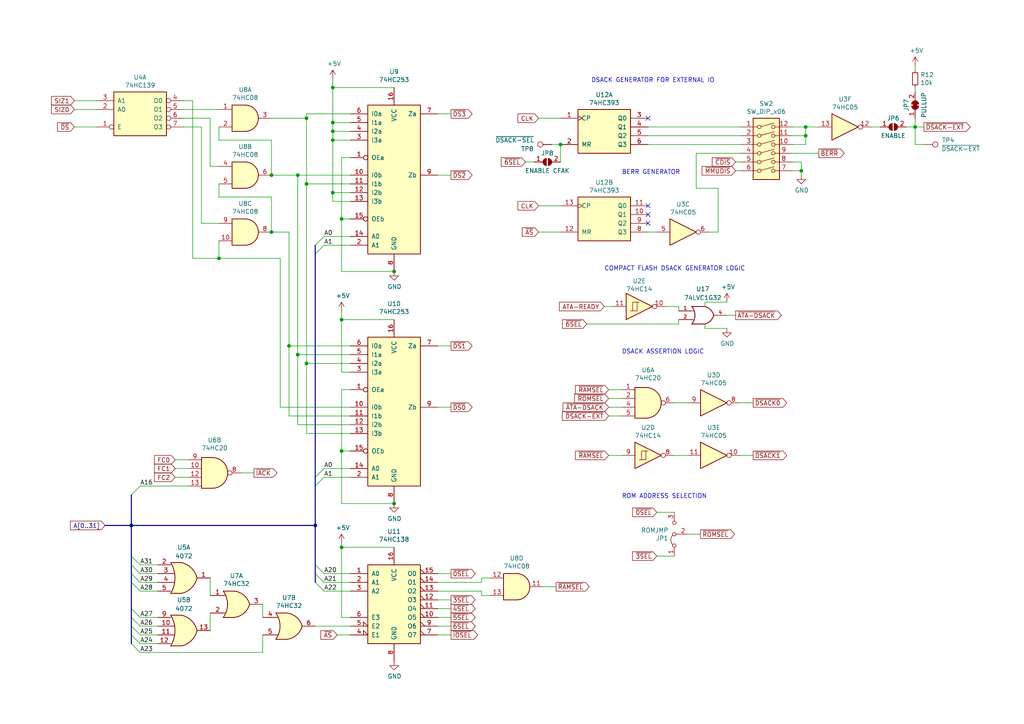
<source format=kicad_sch>
(kicad_sch (version 20211123) (generator eeschema)
  (paper "A4")
  (title_block (title "k30 SBC") (rev "2"))
  (lib_symbols
    (symbol "4xxx:4072" (pin_names (offset 1.016))
      (property "Reference" "U" (at 0 1.27 0))
      (property "Value" "4072" (at 0 -1.27 0))
      (symbol "4072_1_1"
        (pin output line (at 7.62 0 180) (length 3.81) (name "~") (number "1"))
        (pin input line (at -7.62 3.81 0) (length 3.81) (name "~") (number "2"))
        (pin input line (at -7.62 1.27 0) (length 4.826) (name "~") (number "3"))
        (pin input line (at -7.62 -1.27 0) (length 4.826) (name "~") (number "4"))
        (pin input line (at -7.62 -3.81 0) (length 3.81) (name "~") (number "5"))
      )
      (symbol "4072_1_2"
        (pin output inverted (at 7.62 0 180) (length 3.81) (name "~") (number "1"))
        (pin input inverted (at -7.62 3.81 0) (length 3.81) (name "~") (number "2"))
        (pin input inverted (at -7.62 1.27 0) (length 3.81) (name "~") (number "3"))
        (pin input inverted (at -7.62 -1.27 0) (length 3.81) (name "~") (number "4"))
        (pin input inverted (at -7.62 -3.81 0) (length 3.81) (name "~") (number "5"))
      )
      (symbol "4072_2_1"
        (pin input line (at -7.62 1.27 0) (length 4.826) (name "~") (number "10"))
        (pin input line (at -7.62 -1.27 0) (length 4.826) (name "~") (number "11"))
        (pin input line (at -7.62 -3.81 0) (length 3.81) (name "~") (number "12"))
        (pin output line (at 7.62 0 180) (length 3.81) (name "~") (number "13"))
        (pin input line (at -7.62 3.81 0) (length 3.81) (name "~") (number "9"))
      )
      (symbol "4072_2_2"
        (pin input inverted (at -7.62 1.27 0) (length 3.81) (name "~") (number "10"))
        (pin input inverted (at -7.62 -1.27 0) (length 3.81) (name "~") (number "11"))
        (pin input inverted (at -7.62 -3.81 0) (length 3.81) (name "~") (number "12"))
        (pin output inverted (at 7.62 0 180) (length 3.81) (name "~") (number "13"))
        (pin input inverted (at -7.62 3.81 0) (length 3.81) (name "~") (number "9"))
      )
      (symbol "4072_3_0"
        (pin power_in line (at 0 12.7 270) (length 5.08) (name "VDD") (number "14"))
        (pin power_in line (at 0 -12.7 90) (length 5.08) (name "VSS") (number "7"))
      )
    )
    (symbol "74xGxx:74LVC1G32" (pin_names (offset 1.016))
      (property "Reference" "U" (at -2.54 3.81 0))
      (property "Value" "74LVC1G32" (at 0 -3.81 0))
      (symbol "74LVC1G32_1_1"
        (pin input line (at -7.62 1.27 0) (length 3.81) (name "~") (number "1"))
        (pin input line (at -7.62 -1.27 0) (length 3.81) (name "~") (number "2"))
        (pin power_in line (at 0 -2.54 270) (length 0) hide (name "GND") (number "3"))
        (pin output line (at 6.35 0 180) (length 3.81) (name "~") (number "4"))
        (pin power_in line (at 0 2.54 90) (length 0) hide (name "VCC") (number "5"))
      )
    )
    (symbol "74xx:74HC14" (pin_names (offset 1.016))
      (property "Reference" "U" (at 0 1.27 0))
      (property "Value" "74HC14" (at 0 -1.27 0))
      (symbol "74HC14_1_0"
        (pin input line (at -7.62 0 0) (length 3.81) (name "~") (number "1"))
        (pin output inverted (at 7.62 0 180) (length 3.81) (name "~") (number "2"))
      )
      (symbol "74HC14_2_0"
        (pin input line (at -7.62 0 0) (length 3.81) (name "~") (number "3"))
        (pin output inverted (at 7.62 0 180) (length 3.81) (name "~") (number "4"))
      )
      (symbol "74HC14_3_0"
        (pin input line (at -7.62 0 0) (length 3.81) (name "~") (number "5"))
        (pin output inverted (at 7.62 0 180) (length 3.81) (name "~") (number "6"))
      )
      (symbol "74HC14_4_0"
        (pin output inverted (at 7.62 0 180) (length 3.81) (name "~") (number "8"))
        (pin input line (at -7.62 0 0) (length 3.81) (name "~") (number "9"))
      )
      (symbol "74HC14_5_0"
        (pin output inverted (at 7.62 0 180) (length 3.81) (name "~") (number "10"))
        (pin input line (at -7.62 0 0) (length 3.81) (name "~") (number "11"))
      )
      (symbol "74HC14_6_0"
        (pin output inverted (at 7.62 0 180) (length 3.81) (name "~") (number "12"))
        (pin input line (at -7.62 0 0) (length 3.81) (name "~") (number "13"))
      )
      (symbol "74HC14_7_0"
        (pin power_in line (at 0 12.7 270) (length 5.08) (name "VCC") (number "14"))
        (pin power_in line (at 0 -12.7 90) (length 5.08) (name "GND") (number "7"))
      )
    )
    (symbol "74xx:74LS05" (pin_names (offset 1.016))
      (property "Reference" "U" (at 0 1.27 0))
      (property "Value" "74LS05" (at 0 -1.27 0))
      (symbol "74LS05_1_0"
        (pin input line (at -7.62 0 0) (length 3.81) (name "~") (number "1"))
        (pin open_collector inverted (at 7.62 0 180) (length 3.81) (name "~") (number "2"))
      )
      (symbol "74LS05_2_0"
        (pin input line (at -7.62 0 0) (length 3.81) (name "~") (number "3"))
        (pin open_collector inverted (at 7.62 0 180) (length 3.81) (name "~") (number "4"))
      )
      (symbol "74LS05_3_0"
        (pin input line (at -7.62 0 0) (length 3.81) (name "~") (number "5"))
        (pin open_collector inverted (at 7.62 0 180) (length 3.81) (name "~") (number "6"))
      )
      (symbol "74LS05_4_0"
        (pin open_collector inverted (at 7.62 0 180) (length 3.81) (name "~") (number "8"))
        (pin input line (at -7.62 0 0) (length 3.81) (name "~") (number "9"))
      )
      (symbol "74LS05_5_0"
        (pin open_collector inverted (at 7.62 0 180) (length 3.81) (name "~") (number "10"))
        (pin input line (at -7.62 0 0) (length 3.81) (name "~") (number "11"))
      )
      (symbol "74LS05_6_0"
        (pin open_collector inverted (at 7.62 0 180) (length 3.81) (name "~") (number "12"))
        (pin input line (at -7.62 0 0) (length 3.81) (name "~") (number "13"))
      )
      (symbol "74LS05_7_0"
        (pin power_in line (at 0 12.7 270) (length 5.08) (name "VCC") (number "14"))
        (pin power_in line (at 0 -12.7 90) (length 5.08) (name "GND") (number "7"))
      )
    )
    (symbol "74xx:74LS08" (pin_names (offset 1.016))
      (property "Reference" "U" (at 0 1.27 0))
      (property "Value" "74LS08" (at 0 -1.27 0))
      (symbol "74LS08_1_1"
        (pin input line (at -7.62 2.54 0) (length 3.81) (name "~") (number "1"))
        (pin input line (at -7.62 -2.54 0) (length 3.81) (name "~") (number "2"))
        (pin output line (at 7.62 0 180) (length 3.81) (name "~") (number "3"))
      )
      (symbol "74LS08_1_2"
        (pin input inverted (at -7.62 2.54 0) (length 4.318) (name "~") (number "1"))
        (pin input inverted (at -7.62 -2.54 0) (length 4.318) (name "~") (number "2"))
        (pin output inverted (at 7.62 0 180) (length 3.81) (name "~") (number "3"))
      )
      (symbol "74LS08_2_1"
        (pin input line (at -7.62 2.54 0) (length 3.81) (name "~") (number "4"))
        (pin input line (at -7.62 -2.54 0) (length 3.81) (name "~") (number "5"))
        (pin output line (at 7.62 0 180) (length 3.81) (name "~") (number "6"))
      )
      (symbol "74LS08_2_2"
        (pin input inverted (at -7.62 2.54 0) (length 4.318) (name "~") (number "4"))
        (pin input inverted (at -7.62 -2.54 0) (length 4.318) (name "~") (number "5"))
        (pin output inverted (at 7.62 0 180) (length 3.81) (name "~") (number "6"))
      )
      (symbol "74LS08_3_1"
        (pin input line (at -7.62 -2.54 0) (length 3.81) (name "~") (number "10"))
        (pin output line (at 7.62 0 180) (length 3.81) (name "~") (number "8"))
        (pin input line (at -7.62 2.54 0) (length 3.81) (name "~") (number "9"))
      )
      (symbol "74LS08_3_2"
        (pin input inverted (at -7.62 -2.54 0) (length 4.318) (name "~") (number "10"))
        (pin output inverted (at 7.62 0 180) (length 3.81) (name "~") (number "8"))
        (pin input inverted (at -7.62 2.54 0) (length 4.318) (name "~") (number "9"))
      )
      (symbol "74LS08_4_1"
        (pin output line (at 7.62 0 180) (length 3.81) (name "~") (number "11"))
        (pin input line (at -7.62 2.54 0) (length 3.81) (name "~") (number "12"))
        (pin input line (at -7.62 -2.54 0) (length 3.81) (name "~") (number "13"))
      )
      (symbol "74LS08_4_2"
        (pin output inverted (at 7.62 0 180) (length 3.81) (name "~") (number "11"))
        (pin input inverted (at -7.62 2.54 0) (length 4.318) (name "~") (number "12"))
        (pin input inverted (at -7.62 -2.54 0) (length 4.318) (name "~") (number "13"))
      )
      (symbol "74LS08_5_0"
        (pin power_in line (at 0 12.7 270) (length 5.08) (name "VCC") (number "14"))
        (pin power_in line (at 0 -12.7 90) (length 5.08) (name "GND") (number "7"))
      )
    )
    (symbol "74xx:74LS138" (pin_names (offset 1.016))
      (property "Reference" "U" (at -7.62 11.43 0))
      (property "Value" "74LS138" (at -7.62 -13.97 0))
      (symbol "74LS138_1_0"
        (pin input line (at -12.7 7.62 0) (length 5.08) (name "A0") (number "1"))
        (pin output output_low (at 12.7 -5.08 180) (length 5.08) (name "O5") (number "10"))
        (pin output output_low (at 12.7 -2.54 180) (length 5.08) (name "O4") (number "11"))
        (pin output output_low (at 12.7 0 180) (length 5.08) (name "O3") (number "12"))
        (pin output output_low (at 12.7 2.54 180) (length 5.08) (name "O2") (number "13"))
        (pin output output_low (at 12.7 5.08 180) (length 5.08) (name "O1") (number "14"))
        (pin output output_low (at 12.7 7.62 180) (length 5.08) (name "O0") (number "15"))
        (pin power_in line (at 0 15.24 270) (length 5.08) (name "VCC") (number "16"))
        (pin input line (at -12.7 5.08 0) (length 5.08) (name "A1") (number "2"))
        (pin input line (at -12.7 2.54 0) (length 5.08) (name "A2") (number "3"))
        (pin input input_low (at -12.7 -10.16 0) (length 5.08) (name "E1") (number "4"))
        (pin input input_low (at -12.7 -7.62 0) (length 5.08) (name "E2") (number "5"))
        (pin input line (at -12.7 -5.08 0) (length 5.08) (name "E3") (number "6"))
        (pin output output_low (at 12.7 -10.16 180) (length 5.08) (name "O7") (number "7"))
        (pin power_in line (at 0 -17.78 90) (length 5.08) (name "GND") (number "8"))
        (pin output output_low (at 12.7 -7.62 180) (length 5.08) (name "O6") (number "9"))
      )
    )
    (symbol "74xx:74LS139" (pin_names (offset 1.016))
      (property "Reference" "U" (at -7.62 8.89 0))
      (property "Value" "74LS139" (at -7.62 -8.89 0))
      (symbol "74LS139_1_0"
        (pin input inverted (at -12.7 -5.08 0) (length 5.08) (name "E") (number "1"))
        (pin input line (at -12.7 0 0) (length 5.08) (name "A0") (number "2"))
        (pin input line (at -12.7 2.54 0) (length 5.08) (name "A1") (number "3"))
        (pin output inverted (at 12.7 2.54 180) (length 5.08) (name "O0") (number "4"))
        (pin output inverted (at 12.7 0 180) (length 5.08) (name "O1") (number "5"))
        (pin output inverted (at 12.7 -2.54 180) (length 5.08) (name "O2") (number "6"))
        (pin output inverted (at 12.7 -5.08 180) (length 5.08) (name "O3") (number "7"))
      )
      (symbol "74LS139_2_0"
        (pin output inverted (at 12.7 -2.54 180) (length 5.08) (name "O2") (number "10"))
        (pin output inverted (at 12.7 0 180) (length 5.08) (name "O1") (number "11"))
        (pin output inverted (at 12.7 2.54 180) (length 5.08) (name "O0") (number "12"))
        (pin input line (at -12.7 2.54 0) (length 5.08) (name "A1") (number "13"))
        (pin input line (at -12.7 0 0) (length 5.08) (name "A0") (number "14"))
        (pin input inverted (at -12.7 -5.08 0) (length 5.08) (name "E") (number "15"))
        (pin output inverted (at 12.7 -5.08 180) (length 5.08) (name "O3") (number "9"))
      )
      (symbol "74LS139_3_0"
        (pin power_in line (at 0 12.7 270) (length 5.08) (name "VCC") (number "16"))
        (pin power_in line (at 0 -12.7 90) (length 5.08) (name "GND") (number "8"))
      )
    )
    (symbol "74xx:74LS20" (pin_names (offset 1.016))
      (property "Reference" "U" (at 0 1.27 0))
      (property "Value" "74LS20" (at 0 -1.27 0))
      (symbol "74LS20_1_1"
        (pin input line (at -7.62 3.81 0) (length 3.81) (name "~") (number "1"))
        (pin input line (at -7.62 1.27 0) (length 3.81) (name "~") (number "2"))
        (pin input line (at -7.62 -1.27 0) (length 3.81) (name "~") (number "4"))
        (pin input line (at -7.62 -3.81 0) (length 3.81) (name "~") (number "5"))
        (pin output inverted (at 7.62 0 180) (length 3.81) (name "~") (number "6"))
      )
      (symbol "74LS20_1_2"
        (pin input inverted (at -7.62 3.81 0) (length 3.81) (name "~") (number "1"))
        (pin input inverted (at -7.62 1.27 0) (length 4.826) (name "~") (number "2"))
        (pin input inverted (at -7.62 -1.27 0) (length 4.826) (name "~") (number "4"))
        (pin input inverted (at -7.62 -3.81 0) (length 3.81) (name "~") (number "5"))
        (pin output line (at 7.62 0 180) (length 3.81) (name "~") (number "6"))
      )
      (symbol "74LS20_2_1"
        (pin input line (at -7.62 1.27 0) (length 3.81) (name "~") (number "10"))
        (pin input line (at -7.62 -1.27 0) (length 3.81) (name "~") (number "12"))
        (pin input line (at -7.62 -3.81 0) (length 3.81) (name "~") (number "13"))
        (pin output inverted (at 7.62 0 180) (length 3.81) (name "~") (number "8"))
        (pin input line (at -7.62 3.81 0) (length 3.81) (name "~") (number "9"))
      )
      (symbol "74LS20_2_2"
        (pin input inverted (at -7.62 1.27 0) (length 4.826) (name "~") (number "10"))
        (pin input inverted (at -7.62 -1.27 0) (length 4.826) (name "~") (number "12"))
        (pin input inverted (at -7.62 -3.81 0) (length 3.81) (name "~") (number "13"))
        (pin output line (at 7.62 0 180) (length 3.81) (name "~") (number "8"))
        (pin input inverted (at -7.62 3.81 0) (length 3.81) (name "~") (number "9"))
      )
      (symbol "74LS20_3_0"
        (pin power_in line (at 0 12.7 270) (length 5.08) (name "VCC") (number "14"))
        (pin power_in line (at 0 -12.7 90) (length 5.08) (name "GND") (number "7"))
      )
    )
    (symbol "74xx:74LS253" (pin_names (offset 1.016))
      (property "Reference" "U" (at -7.62 21.59 0))
      (property "Value" "74LS253" (at -7.62 -24.13 0))
      (symbol "74LS253_1_0"
        (pin input inverted (at -12.7 5.08 0) (length 5.08) (name "OEa") (number "1"))
        (pin input line (at -12.7 0 0) (length 5.08) (name "I0b") (number "10"))
        (pin input line (at -12.7 -2.54 0) (length 5.08) (name "I1b") (number "11"))
        (pin input line (at -12.7 -5.08 0) (length 5.08) (name "I2b") (number "12"))
        (pin input line (at -12.7 -7.62 0) (length 5.08) (name "I3b") (number "13"))
        (pin input line (at -12.7 -17.78 0) (length 5.08) (name "A0") (number "14"))
        (pin input inverted (at -12.7 -12.7 0) (length 5.08) (name "OEb") (number "15"))
        (pin power_in line (at 0 25.4 270) (length 5.08) (name "VCC") (number "16"))
        (pin input line (at -12.7 -20.32 0) (length 5.08) (name "A1") (number "2"))
        (pin input line (at -12.7 10.16 0) (length 5.08) (name "I3a") (number "3"))
        (pin input line (at -12.7 12.7 0) (length 5.08) (name "I2a") (number "4"))
        (pin input line (at -12.7 15.24 0) (length 5.08) (name "I1a") (number "5"))
        (pin input line (at -12.7 17.78 0) (length 5.08) (name "I0a") (number "6"))
        (pin tri_state line (at 12.7 17.78 180) (length 5.08) (name "Za") (number "7"))
        (pin power_in line (at 0 -27.94 90) (length 5.08) (name "GND") (number "8"))
        (pin tri_state line (at 12.7 0 180) (length 5.08) (name "Zb") (number "9"))
      )
    )
    (symbol "74xx:74LS32" (pin_names (offset 1.016))
      (property "Reference" "U" (at 0 1.27 0))
      (property "Value" "74LS32" (at 0 -1.27 0))
      (symbol "74LS32_1_1"
        (pin input line (at -7.62 2.54 0) (length 4.318) (name "~") (number "1"))
        (pin input line (at -7.62 -2.54 0) (length 4.318) (name "~") (number "2"))
        (pin output line (at 7.62 0 180) (length 3.81) (name "~") (number "3"))
      )
      (symbol "74LS32_1_2"
        (pin input inverted (at -7.62 2.54 0) (length 3.81) (name "~") (number "1"))
        (pin input inverted (at -7.62 -2.54 0) (length 3.81) (name "~") (number "2"))
        (pin output inverted (at 7.62 0 180) (length 3.81) (name "~") (number "3"))
      )
      (symbol "74LS32_2_1"
        (pin input line (at -7.62 2.54 0) (length 4.318) (name "~") (number "4"))
        (pin input line (at -7.62 -2.54 0) (length 4.318) (name "~") (number "5"))
        (pin output line (at 7.62 0 180) (length 3.81) (name "~") (number "6"))
      )
      (symbol "74LS32_2_2"
        (pin input inverted (at -7.62 2.54 0) (length 3.81) (name "~") (number "4"))
        (pin input inverted (at -7.62 -2.54 0) (length 3.81) (name "~") (number "5"))
        (pin output inverted (at 7.62 0 180) (length 3.81) (name "~") (number "6"))
      )
      (symbol "74LS32_3_1"
        (pin input line (at -7.62 -2.54 0) (length 4.318) (name "~") (number "10"))
        (pin output line (at 7.62 0 180) (length 3.81) (name "~") (number "8"))
        (pin input line (at -7.62 2.54 0) (length 4.318) (name "~") (number "9"))
      )
      (symbol "74LS32_3_2"
        (pin input inverted (at -7.62 -2.54 0) (length 3.81) (name "~") (number "10"))
        (pin output inverted (at 7.62 0 180) (length 3.81) (name "~") (number "8"))
        (pin input inverted (at -7.62 2.54 0) (length 3.81) (name "~") (number "9"))
      )
      (symbol "74LS32_4_1"
        (pin output line (at 7.62 0 180) (length 3.81) (name "~") (number "11"))
        (pin input line (at -7.62 2.54 0) (length 4.318) (name "~") (number "12"))
        (pin input line (at -7.62 -2.54 0) (length 4.318) (name "~") (number "13"))
      )
      (symbol "74LS32_4_2"
        (pin output inverted (at 7.62 0 180) (length 3.81) (name "~") (number "11"))
        (pin input inverted (at -7.62 2.54 0) (length 3.81) (name "~") (number "12"))
        (pin input inverted (at -7.62 -2.54 0) (length 3.81) (name "~") (number "13"))
      )
      (symbol "74LS32_5_0"
        (pin power_in line (at 0 12.7 270) (length 5.08) (name "VCC") (number "14"))
        (pin power_in line (at 0 -12.7 90) (length 5.08) (name "GND") (number "7"))
      )
    )
    (symbol "74xx:74LS393" (pin_names (offset 1.016))
      (property "Reference" "U" (at -7.62 8.89 0))
      (property "Value" "74LS393" (at -7.62 -8.89 0))
      (symbol "74LS393_1_0"
        (pin input clock (at -12.7 2.54 0) (length 5.08) (name "CP") (number "1"))
        (pin input line (at -12.7 -5.08 0) (length 5.08) (name "MR") (number "2"))
        (pin output line (at 12.7 2.54 180) (length 5.08) (name "Q0") (number "3"))
        (pin output line (at 12.7 0 180) (length 5.08) (name "Q1") (number "4"))
        (pin output line (at 12.7 -2.54 180) (length 5.08) (name "Q2") (number "5"))
        (pin output line (at 12.7 -5.08 180) (length 5.08) (name "Q3") (number "6"))
      )
      (symbol "74LS393_2_0"
        (pin output line (at 12.7 0 180) (length 5.08) (name "Q1") (number "10"))
        (pin output line (at 12.7 2.54 180) (length 5.08) (name "Q0") (number "11"))
        (pin input line (at -12.7 -5.08 0) (length 5.08) (name "MR") (number "12"))
        (pin input clock (at -12.7 2.54 0) (length 5.08) (name "CP") (number "13"))
        (pin output line (at 12.7 -5.08 180) (length 5.08) (name "Q3") (number "8"))
        (pin output line (at 12.7 -2.54 180) (length 5.08) (name "Q2") (number "9"))
      )
      (symbol "74LS393_3_0"
        (pin power_in line (at 0 12.7 270) (length 5.08) (name "VCC") (number "14"))
        (pin power_in line (at 0 -12.7 90) (length 5.08) (name "GND") (number "7"))
      )
    )
    (symbol "Connector:TestPoint" (pin_numbers hide) (pin_names (offset 0.762) hide)
      (property "Reference" "TP" (at 0 6.858 0))
      (property "Value" "TestPoint" (at 0 5.08 0))
      (symbol "TestPoint_1_1"
        (pin passive line (at 0 0 90) (length 2.54) (name "1") (number "1"))
      )
    )
    (symbol "Device:R_Small" (pin_numbers hide) (pin_names (offset 0.254) hide)
      (property "Reference" "R" (at 0.762 0.508 0))
      (property "Value" "R_Small" (at 0.762 -1.016 0))
      (symbol "R_Small_1_1"
        (pin passive line (at 0 2.54 270) (length 0.762) (name "~") (number "1"))
        (pin passive line (at 0 -2.54 90) (length 0.762) (name "~") (number "2"))
      )
    )
    (symbol "Jumper:Jumper_3_Bridged12" (pin_names (offset 0) hide)
      (property "Reference" "JP" (at -2.54 -2.54 0))
      (property "Value" "Jumper_3_Bridged12" (at 0 2.794 0))
      (symbol "Jumper_3_Bridged12_1_1"
        (pin passive line (at -6.35 0 0) (length 2.54) (name "A") (number "1"))
        (pin passive line (at 0 -3.81 90) (length 2.54) (name "C") (number "2"))
        (pin passive line (at 6.35 0 180) (length 2.54) (name "B") (number "3"))
      )
    )
    (symbol "Jumper:SolderJumper_2_Bridged" (pin_names (offset 0) hide)
      (property "Reference" "JP" (at 0 2.032 0))
      (property "Value" "SolderJumper_2_Bridged" (at 0 -2.54 0))
      (symbol "SolderJumper_2_Bridged_1_1"
        (pin passive line (at -3.81 0 0) (length 2.54) (name "A") (number "1"))
        (pin passive line (at 3.81 0 180) (length 2.54) (name "B") (number "2"))
      )
    )
    (symbol "Jumper:SolderJumper_2_Open" (pin_names (offset 0) hide)
      (property "Reference" "JP" (at 0 2.032 0))
      (property "Value" "SolderJumper_2_Open" (at 0 -2.54 0))
      (symbol "SolderJumper_2_Open_1_1"
        (pin passive line (at -3.81 0 0) (length 2.54) (name "A") (number "1"))
        (pin passive line (at 3.81 0 180) (length 2.54) (name "B") (number "2"))
      )
    )
    (symbol "Switch:SW_DIP_x06" (pin_names (offset 0) hide)
      (property "Reference" "SW" (at 0 11.43 0))
      (property "Value" "SW_DIP_x06" (at 0 -8.89 0))
      (symbol "SW_DIP_x06_1_1"
        (pin passive line (at -7.62 7.62 0) (length 5.08) (name "~") (number "1"))
        (pin passive line (at 7.62 2.54 180) (length 5.08) (name "~") (number "10"))
        (pin passive line (at 7.62 5.08 180) (length 5.08) (name "~") (number "11"))
        (pin passive line (at 7.62 7.62 180) (length 5.08) (name "~") (number "12"))
        (pin passive line (at -7.62 5.08 0) (length 5.08) (name "~") (number "2"))
        (pin passive line (at -7.62 2.54 0) (length 5.08) (name "~") (number "3"))
        (pin passive line (at -7.62 0 0) (length 5.08) (name "~") (number "4"))
        (pin passive line (at -7.62 -2.54 0) (length 5.08) (name "~") (number "5"))
        (pin passive line (at -7.62 -5.08 0) (length 5.08) (name "~") (number "6"))
        (pin passive line (at 7.62 -5.08 180) (length 5.08) (name "~") (number "7"))
        (pin passive line (at 7.62 -2.54 180) (length 5.08) (name "~") (number "8"))
        (pin passive line (at 7.62 0 180) (length 5.08) (name "~") (number "9"))
      )
    )
    (symbol "power:+5V" (power) (pin_names (offset 0))
      (property "Value" "+5V" (at 0 3.556 0))
      (symbol "+5V_1_1"
        (pin power_in line (at 0 0 90) (length 0) hide (name "+5V") (number "1"))
      )
    )
    (symbol "power:GND" (power) (pin_names (offset 0))
      (property "Value" "GND" (at 0 -3.81 0))
      (symbol "GND_1_1"
        (pin power_in line (at 0 0 270) (length 0) hide (name "GND") (number "1"))
      )
    )
  )
  (junction (at 162.56 41.91))
  (junction (at 78.74 50.8))
  (junction (at 78.74 67.31))
  (junction (at 91.44 152.4))
  (junction (at 233.68 39.37))
  (junction (at 96.52 38.1))
  (junction (at 88.9 34.29))
  (junction (at 99.06 158.75))
  (junction (at 233.68 36.83))
  (junction (at 114.3 146.05))
  (junction (at 83.82 100.33))
  (junction (at 86.36 50.8))
  (junction (at 114.3 78.74))
  (junction (at 96.52 35.56))
  (junction (at 96.52 25.4))
  (junction (at 232.41 49.53))
  (junction (at 88.9 105.41))
  (junction (at 88.9 53.34))
  (junction (at 38.1 152.4))
  (junction (at 99.06 92.71))
  (junction (at 265.43 36.83))
  (junction (at 86.36 102.87))
  (junction (at 63.5 74.93))
  (junction (at 99.06 63.5))
  (junction (at 99.06 130.81))
  (junction (at 96.52 55.88))
  (junction (at 96.52 40.64))
  (no_connect (at 187.96 59.69))
  (no_connect (at 187.96 64.77))
  (no_connect (at 187.96 34.29))
  (no_connect (at 187.96 62.23))
  (bus_entry (at 93.98 135.89) (size -2.54 2.54))
  (bus_entry (at 38.1 176.53) (size 2.54 2.54))
  (bus_entry (at 93.98 138.43) (size -2.54 2.54))
  (bus_entry (at 38.1 184.15) (size 2.54 2.54))
  (bus_entry (at 91.44 163.83) (size 2.54 2.54))
  (bus_entry (at 40.64 140.97) (size -2.54 2.54))
  (bus_entry (at 38.1 161.29) (size 2.54 2.54))
  (bus_entry (at 93.98 68.58) (size -2.54 2.54))
  (bus_entry (at 38.1 179.07) (size 2.54 2.54))
  (bus_entry (at 38.1 168.91) (size 2.54 2.54))
  (bus_entry (at 91.44 166.37) (size 2.54 2.54))
  (bus_entry (at 38.1 186.69) (size 2.54 2.54))
  (bus_entry (at 38.1 166.37) (size 2.54 2.54))
  (bus_entry (at 38.1 181.61) (size 2.54 2.54))
  (bus_entry (at 93.98 71.12) (size -2.54 2.54))
  (bus_entry (at 91.44 168.91) (size 2.54 2.54))
  (bus_entry (at 38.1 163.83) (size 2.54 2.54))
  (wire (pts (xy 176.53 120.65) (xy 180.34 120.65)))
  (wire (pts (xy 99.06 45.72) (xy 99.06 63.5)))
  (wire (pts (xy 139.7 172.72) (xy 142.24 172.72)))
  (wire (pts (xy 187.96 39.37) (xy 214.63 39.37)))
  (wire (pts (xy 130.81 173.99) (xy 127 173.99)))
  (wire (pts (xy 229.87 39.37) (xy 233.68 39.37)))
  (wire (pts (xy 127 100.33) (xy 130.81 100.33)))
  (bus (pts (xy 91.44 140.97) (xy 91.44 152.4)))
  (wire (pts (xy 127 118.11) (xy 130.81 118.11)))
  (wire (pts (xy 40.64 171.45) (xy 45.72 171.45)))
  (wire (pts (xy 81.28 118.11) (xy 101.6 118.11)))
  (wire (pts (xy 96.52 58.42) (xy 96.52 55.88)))
  (wire (pts (xy 21.59 29.21) (xy 27.94 29.21)))
  (wire (pts (xy 232.41 50.8) (xy 232.41 49.53)))
  (wire (pts (xy 63.5 40.64) (xy 78.74 40.64)))
  (wire (pts (xy 101.6 45.72) (xy 99.06 45.72)))
  (wire (pts (xy 162.56 41.91) (xy 162.56 46.99)))
  (wire (pts (xy 40.64 181.61) (xy 45.72 181.61)))
  (wire (pts (xy 99.06 130.81) (xy 99.06 146.05)))
  (wire (pts (xy 213.36 46.99) (xy 214.63 46.99)))
  (bus (pts (xy 38.1 152.4) (xy 30.48 152.4)))
  (wire (pts (xy 53.34 36.83) (xy 58.42 36.83)))
  (wire (pts (xy 96.52 25.4) (xy 96.52 22.86)))
  (wire (pts (xy 101.6 38.1) (xy 96.52 38.1)))
  (wire (pts (xy 60.96 172.72) (xy 60.96 167.64)))
  (wire (pts (xy 130.81 184.15) (xy 127 184.15)))
  (bus (pts (xy 38.1 179.07) (xy 38.1 181.61)))
  (wire (pts (xy 96.52 35.56) (xy 96.52 25.4)))
  (wire (pts (xy 58.42 36.83) (xy 58.42 64.77)))
  (wire (pts (xy 229.87 36.83) (xy 233.68 36.83)))
  (wire (pts (xy 170.18 93.98) (xy 196.85 93.98)))
  (wire (pts (xy 127 176.53) (xy 130.81 176.53)))
  (wire (pts (xy 213.36 49.53) (xy 214.63 49.53)))
  (wire (pts (xy 60.96 34.29) (xy 60.96 48.26)))
  (bus (pts (xy 38.1 168.91) (xy 38.1 176.53)))
  (wire (pts (xy 93.98 135.89) (xy 101.6 135.89)))
  (wire (pts (xy 195.58 132.08) (xy 199.39 132.08)))
  (wire (pts (xy 53.34 29.21) (xy 55.88 29.21)))
  (wire (pts (xy 63.5 53.34) (xy 63.5 57.15)))
  (wire (pts (xy 201.93 54.61) (xy 201.93 44.45)))
  (wire (pts (xy 139.7 167.64) (xy 142.24 167.64)))
  (wire (pts (xy 99.06 92.71) (xy 99.06 90.17)))
  (wire (pts (xy 203.2 154.94) (xy 199.39 154.94)))
  (wire (pts (xy 101.6 113.03) (xy 99.06 113.03)))
  (wire (pts (xy 205.74 67.31) (xy 208.28 67.31)))
  (bus (pts (xy 38.1 166.37) (xy 38.1 168.91)))
  (wire (pts (xy 127 171.45) (xy 139.7 171.45)))
  (wire (pts (xy 86.36 102.87) (xy 101.6 102.87)))
  (wire (pts (xy 93.98 171.45) (xy 101.6 171.45)))
  (wire (pts (xy 86.36 123.19) (xy 101.6 123.19)))
  (wire (pts (xy 86.36 102.87) (xy 86.36 123.19)))
  (wire (pts (xy 101.6 55.88) (xy 96.52 55.88)))
  (wire (pts (xy 81.28 74.93) (xy 81.28 118.11)))
  (wire (pts (xy 204.47 95.25) (xy 204.47 93.98)))
  (wire (pts (xy 55.88 74.93) (xy 63.5 74.93)))
  (wire (pts (xy 152.4 46.99) (xy 154.94 46.99)))
  (wire (pts (xy 99.06 146.05) (xy 114.3 146.05)))
  (wire (pts (xy 99.06 179.07) (xy 101.6 179.07)))
  (wire (pts (xy 156.21 67.31) (xy 162.56 67.31)))
  (wire (pts (xy 265.43 36.83) (xy 265.43 41.91)))
  (wire (pts (xy 265.43 25.4) (xy 265.43 26.67)))
  (wire (pts (xy 99.06 130.81) (xy 101.6 130.81)))
  (wire (pts (xy 88.9 105.41) (xy 88.9 125.73)))
  (wire (pts (xy 40.64 166.37) (xy 45.72 166.37)))
  (wire (pts (xy 262.89 36.83) (xy 265.43 36.83)))
  (wire (pts (xy 53.34 31.75) (xy 63.5 31.75)))
  (wire (pts (xy 214.63 132.08) (xy 218.44 132.08)))
  (wire (pts (xy 139.7 168.91) (xy 139.7 167.64)))
  (wire (pts (xy 40.64 179.07) (xy 45.72 179.07)))
  (wire (pts (xy 190.5 148.59) (xy 195.58 148.59)))
  (wire (pts (xy 99.06 113.03) (xy 99.06 130.81)))
  (wire (pts (xy 201.93 44.45) (xy 214.63 44.45)))
  (wire (pts (xy 40.64 189.23) (xy 76.2 189.23)))
  (wire (pts (xy 40.64 163.83) (xy 45.72 163.83)))
  (wire (pts (xy 232.41 46.99) (xy 229.87 46.99)))
  (wire (pts (xy 156.21 34.29) (xy 162.56 34.29)))
  (wire (pts (xy 101.6 53.34) (xy 88.9 53.34)))
  (wire (pts (xy 78.74 34.29) (xy 88.9 34.29)))
  (wire (pts (xy 214.63 116.84) (xy 218.44 116.84)))
  (wire (pts (xy 83.82 100.33) (xy 83.82 120.65)))
  (wire (pts (xy 88.9 53.34) (xy 88.9 34.29)))
  (wire (pts (xy 176.53 132.08) (xy 180.34 132.08)))
  (wire (pts (xy 114.3 158.75) (xy 99.06 158.75)))
  (wire (pts (xy 265.43 41.91) (xy 267.97 41.91)))
  (wire (pts (xy 265.43 19.05) (xy 265.43 20.32)))
  (wire (pts (xy 63.5 69.85) (xy 63.5 74.93)))
  (wire (pts (xy 88.9 125.73) (xy 101.6 125.73)))
  (wire (pts (xy 99.06 63.5) (xy 99.06 78.74)))
  (wire (pts (xy 176.53 115.57) (xy 180.34 115.57)))
  (bus (pts (xy 38.1 161.29) (xy 38.1 163.83)))
  (bus (pts (xy 91.44 71.12) (xy 91.44 73.66)))
  (wire (pts (xy 130.81 179.07) (xy 127 179.07)))
  (wire (pts (xy 190.5 161.29) (xy 195.58 161.29)))
  (wire (pts (xy 99.06 63.5) (xy 101.6 63.5)))
  (wire (pts (xy 101.6 35.56) (xy 96.52 35.56)))
  (wire (pts (xy 93.98 71.12) (xy 101.6 71.12)))
  (wire (pts (xy 195.58 116.84) (xy 199.39 116.84)))
  (bus (pts (xy 91.44 152.4) (xy 38.1 152.4)))
  (wire (pts (xy 93.98 138.43) (xy 101.6 138.43)))
  (wire (pts (xy 50.8 138.43) (xy 54.61 138.43)))
  (wire (pts (xy 76.2 189.23) (xy 76.2 184.15)))
  (wire (pts (xy 54.61 135.89) (xy 50.8 135.89)))
  (wire (pts (xy 21.59 31.75) (xy 27.94 31.75)))
  (wire (pts (xy 99.06 107.95) (xy 99.06 92.71)))
  (wire (pts (xy 190.5 67.31) (xy 187.96 67.31)))
  (wire (pts (xy 83.82 120.65) (xy 101.6 120.65)))
  (wire (pts (xy 78.74 57.15) (xy 78.74 67.31)))
  (wire (pts (xy 83.82 67.31) (xy 83.82 100.33)))
  (wire (pts (xy 63.5 74.93) (xy 81.28 74.93)))
  (wire (pts (xy 127 33.02) (xy 130.81 33.02)))
  (wire (pts (xy 97.79 184.15) (xy 101.6 184.15)))
  (wire (pts (xy 139.7 171.45) (xy 139.7 172.72)))
  (wire (pts (xy 229.87 44.45) (xy 237.49 44.45)))
  (wire (pts (xy 265.43 36.83) (xy 267.97 36.83)))
  (wire (pts (xy 208.28 67.31) (xy 208.28 54.61)))
  (wire (pts (xy 53.34 34.29) (xy 60.96 34.29)))
  (wire (pts (xy 96.52 38.1) (xy 96.52 35.56)))
  (bus (pts (xy 91.44 163.83) (xy 91.44 166.37)))
  (wire (pts (xy 187.96 36.83) (xy 214.63 36.83)))
  (wire (pts (xy 176.53 113.03) (xy 180.34 113.03)))
  (wire (pts (xy 55.88 29.21) (xy 55.88 74.93)))
  (bus (pts (xy 38.1 184.15) (xy 38.1 186.69)))
  (wire (pts (xy 88.9 34.29) (xy 88.9 33.02)))
  (bus (pts (xy 91.44 166.37) (xy 91.44 168.91)))
  (wire (pts (xy 127 50.8) (xy 130.81 50.8)))
  (wire (pts (xy 210.82 87.63) (xy 204.47 87.63)))
  (wire (pts (xy 88.9 33.02) (xy 101.6 33.02)))
  (wire (pts (xy 252.73 36.83) (xy 255.27 36.83)))
  (wire (pts (xy 88.9 53.34) (xy 88.9 105.41)))
  (wire (pts (xy 229.87 49.53) (xy 232.41 49.53)))
  (wire (pts (xy 96.52 40.64) (xy 96.52 38.1)))
  (wire (pts (xy 127 181.61) (xy 130.81 181.61)))
  (bus (pts (xy 38.1 163.83) (xy 38.1 166.37)))
  (wire (pts (xy 63.5 36.83) (xy 63.5 40.64)))
  (wire (pts (xy 99.06 92.71) (xy 114.3 92.71)))
  (wire (pts (xy 101.6 107.95) (xy 99.06 107.95)))
  (wire (pts (xy 161.29 170.18) (xy 157.48 170.18)))
  (wire (pts (xy 88.9 105.41) (xy 101.6 105.41)))
  (wire (pts (xy 160.02 41.91) (xy 162.56 41.91)))
  (bus (pts (xy 38.1 181.61) (xy 38.1 184.15)))
  (wire (pts (xy 229.87 41.91) (xy 233.68 41.91)))
  (wire (pts (xy 210.82 91.44) (xy 213.36 91.44)))
  (wire (pts (xy 93.98 166.37) (xy 101.6 166.37)))
  (wire (pts (xy 96.52 25.4) (xy 114.3 25.4)))
  (wire (pts (xy 233.68 41.91) (xy 233.68 39.37)))
  (bus (pts (xy 91.44 152.4) (xy 91.44 163.83)))
  (wire (pts (xy 50.8 133.35) (xy 54.61 133.35)))
  (bus (pts (xy 38.1 152.4) (xy 38.1 161.29)))
  (wire (pts (xy 76.2 175.26) (xy 76.2 179.07)))
  (wire (pts (xy 193.04 88.9) (xy 196.85 88.9)))
  (wire (pts (xy 101.6 58.42) (xy 96.52 58.42)))
  (wire (pts (xy 54.61 140.97) (xy 40.64 140.97)))
  (wire (pts (xy 40.64 186.69) (xy 45.72 186.69)))
  (bus (pts (xy 38.1 143.51) (xy 38.1 152.4)))
  (wire (pts (xy 233.68 39.37) (xy 233.68 36.83)))
  (wire (pts (xy 99.06 78.74) (xy 114.3 78.74)))
  (wire (pts (xy 187.96 41.91) (xy 214.63 41.91)))
  (wire (pts (xy 196.85 88.9) (xy 196.85 90.17)))
  (wire (pts (xy 21.59 36.83) (xy 27.94 36.83)))
  (wire (pts (xy 83.82 100.33) (xy 101.6 100.33)))
  (wire (pts (xy 60.96 182.88) (xy 60.96 177.8)))
  (wire (pts (xy 86.36 50.8) (xy 101.6 50.8)))
  (wire (pts (xy 69.85 137.16) (xy 73.66 137.16)))
  (wire (pts (xy 40.64 168.91) (xy 45.72 168.91)))
  (wire (pts (xy 91.44 181.61) (xy 101.6 181.61)))
  (wire (pts (xy 196.85 93.98) (xy 196.85 92.71)))
  (wire (pts (xy 58.42 64.77) (xy 63.5 64.77)))
  (wire (pts (xy 99.06 157.48) (xy 99.06 158.75)))
  (wire (pts (xy 63.5 57.15) (xy 78.74 57.15)))
  (wire (pts (xy 176.53 118.11) (xy 180.34 118.11)))
  (wire (pts (xy 60.96 48.26) (xy 63.5 48.26)))
  (bus (pts (xy 38.1 176.53) (xy 38.1 179.07)))
  (wire (pts (xy 127 168.91) (xy 139.7 168.91)))
  (wire (pts (xy 204.47 95.25) (xy 210.82 95.25)))
  (wire (pts (xy 93.98 68.58) (xy 101.6 68.58)))
  (bus (pts (xy 91.44 138.43) (xy 91.44 140.97)))
  (wire (pts (xy 40.64 184.15) (xy 45.72 184.15)))
  (wire (pts (xy 78.74 50.8) (xy 86.36 50.8)))
  (wire (pts (xy 96.52 55.88) (xy 96.52 40.64)))
  (wire (pts (xy 204.47 88.9) (xy 204.47 87.63)))
  (wire (pts (xy 99.06 179.07) (xy 99.06 158.75)))
  (bus (pts (xy 91.44 73.66) (xy 91.44 138.43)))
  (wire (pts (xy 232.41 49.53) (xy 232.41 46.99)))
  (wire (pts (xy 101.6 40.64) (xy 96.52 40.64)))
  (wire (pts (xy 78.74 40.64) (xy 78.74 50.8)))
  (wire (pts (xy 175.26 88.9) (xy 177.8 88.9)))
  (wire (pts (xy 93.98 168.91) (xy 101.6 168.91)))
  (wire (pts (xy 233.68 36.83) (xy 237.49 36.83)))
  (wire (pts (xy 208.28 54.61) (xy 201.93 54.61)))
  (wire (pts (xy 156.21 59.69) (xy 162.56 59.69)))
  (wire (pts (xy 265.43 34.29) (xy 265.43 36.83)))
  (wire (pts (xy 78.74 67.31) (xy 83.82 67.31)))
  (wire (pts (xy 127 166.37) (xy 130.81 166.37)))
  (wire (pts (xy 86.36 50.8) (xy 86.36 102.87)))
  (text "DSACK ASSERTION LOGIC" (at 180.34 102.87 0) (effects (font (size 1.27 1.27)) (justify left bottom)))
  (text "DSACK GENERATOR FOR EXTERNAL IO" (at 171.45 24.13 0) (effects (font (size 1.27 1.27)) (justify left bottom)))
  (text "BERR GENERATOR" (at 180.34 50.8 0) (effects (font (size 1.27 1.27)) (justify left bottom)))
  (text "COMPACT FLASH DSACK GENERATOR LOGIC" (at 175.26 78.74 0) (effects (font (size 1.27 1.27)) (justify left bottom)))
  (text "ROM ADDRESS SELECTION" (at 180.34 144.78 0) (effects (font (size 1.27 1.27)) (justify left bottom)))
  (label "A0" (at 93.98 68.58 0))
  (label "A28" (at 40.64 171.45 0))
  (label "A24" (at 40.64 186.69 0))
  (label "A0" (at 93.98 135.89 0))
  (label "A31" (at 40.64 163.83 0))
  (label "A27" (at 40.64 179.07 0))
  (label "A1" (at 93.98 138.43 0))
  (label "A30" (at 40.64 166.37 0))
  (label "A20" (at 93.98 166.37 0))
  (label "A29" (at 40.64 168.91 0))
  (label "A1" (at 93.98 71.12 0))
  (label "A16" (at 40.64 140.97 0))
  (label "A22" (at 93.98 171.45 0))
  (label "A25" (at 40.64 184.15 0))
  (label "A23" (at 40.64 189.23 0))
  (label "A26" (at 40.64 181.61 0))
  (label "A21" (at 93.98 168.91 0))
  (global_label "~{DS0}" (shape output) (at 130.81 118.11 0) (property "Intersheet References" "${INTERSHEET_REFS}" (effects hide)))
  (global_label "~{6SEL}" (shape output) (at 130.81 181.61 0) (property "Intersheet References" "${INTERSHEET_REFS}" (effects hide)))
  (global_label "~{DSACK-EXT}" (shape output) (at 267.97 36.83 0) (property "Intersheet References" "${INTERSHEET_REFS}" (effects hide)))
  (global_label "~{DS}" (shape input) (at 21.59 36.83 180) (property "Intersheet References" "${INTERSHEET_REFS}" (effects hide)))
  (global_label "~{ROMSEL}" (shape input) (at 176.53 115.57 180) (property "Intersheet References" "${INTERSHEET_REFS}" (effects hide)))
  (global_label "~{0SEL}" (shape input) (at 190.5 148.59 180) (property "Intersheet References" "${INTERSHEET_REFS}" (effects hide)))
  (global_label "FC0" (shape input) (at 50.8 133.35 180) (property "Intersheet References" "${INTERSHEET_REFS}" (effects hide)))
  (global_label "~{DSACK0}" (shape output) (at 218.44 116.84 0) (property "Intersheet References" "${INTERSHEET_REFS}" (effects hide)))
  (global_label "SIZ1" (shape input) (at 21.59 29.21 180) (property "Intersheet References" "${INTERSHEET_REFS}" (effects hide)))
  (global_label "~{RAMSEL}" (shape output) (at 161.29 170.18 0) (property "Intersheet References" "${INTERSHEET_REFS}" (effects hide)))
  (global_label "FC1" (shape input) (at 50.8 135.89 180) (property "Intersheet References" "${INTERSHEET_REFS}" (effects hide)))
  (global_label "~{6SEL}" (shape input) (at 152.4 46.99 180) (property "Intersheet References" "${INTERSHEET_REFS}" (effects hide)))
  (global_label "~{3SEL}" (shape output) (at 130.81 173.99 0) (property "Intersheet References" "${INTERSHEET_REFS}" (effects hide)))
  (global_label "~{ROMSEL}" (shape output) (at 203.2 154.94 0) (property "Intersheet References" "${INTERSHEET_REFS}" (effects hide)))
  (global_label "~{RAMSEL}" (shape input) (at 176.53 113.03 180) (property "Intersheet References" "${INTERSHEET_REFS}" (effects hide)))
  (global_label "~{DSACK1}" (shape output) (at 218.44 132.08 0) (property "Intersheet References" "${INTERSHEET_REFS}" (effects hide)))
  (global_label "SIZ0" (shape input) (at 21.59 31.75 180) (property "Intersheet References" "${INTERSHEET_REFS}" (effects hide)))
  (global_label "~{4SEL}" (shape output) (at 130.81 176.53 0) (property "Intersheet References" "${INTERSHEET_REFS}" (effects hide)))
  (global_label "~{AS}" (shape input) (at 156.21 67.31 180) (property "Intersheet References" "${INTERSHEET_REFS}" (effects hide)))
  (global_label "~{AS}" (shape input) (at 97.79 184.15 180) (property "Intersheet References" "${INTERSHEET_REFS}" (effects hide)))
  (global_label "~{IACK}" (shape output) (at 73.66 137.16 0) (property "Intersheet References" "${INTERSHEET_REFS}" (effects hide)))
  (global_label "ATA-READY" (shape input) (at 175.26 88.9 180) (property "Intersheet References" "${INTERSHEET_REFS}" (effects hide)))
  (global_label "CLK" (shape input) (at 156.21 34.29 180) (property "Intersheet References" "${INTERSHEET_REFS}" (effects hide)))
  (global_label "CLK" (shape input) (at 156.21 59.69 180) (property "Intersheet References" "${INTERSHEET_REFS}" (effects hide)))
  (global_label "FC2" (shape input) (at 50.8 138.43 180) (property "Intersheet References" "${INTERSHEET_REFS}" (effects hide)))
  (global_label "~{5SEL}" (shape output) (at 130.81 179.07 0) (property "Intersheet References" "${INTERSHEET_REFS}" (effects hide)))
  (global_label "~{0SEL}" (shape output) (at 130.81 166.37 0) (property "Intersheet References" "${INTERSHEET_REFS}" (effects hide)))
  (global_label "~{DS3}" (shape output) (at 130.81 33.02 0) (property "Intersheet References" "${INTERSHEET_REFS}" (effects hide)))
  (global_label "~{RAMSEL}" (shape input) (at 176.53 132.08 180) (property "Intersheet References" "${INTERSHEET_REFS}" (effects hide)))
  (global_label "A[0..31]" (shape input) (at 30.48 152.4 180) (property "Intersheet References" "${INTERSHEET_REFS}" (effects hide)))
  (global_label "~{DS1}" (shape output) (at 130.81 100.33 0) (property "Intersheet References" "${INTERSHEET_REFS}" (effects hide)))
  (global_label "~{ATA-DSACK}" (shape output) (at 213.36 91.44 0) (property "Intersheet References" "${INTERSHEET_REFS}" (effects hide)))
  (global_label "~{3SEL}" (shape input) (at 190.5 161.29 180) (property "Intersheet References" "${INTERSHEET_REFS}" (effects hide)))
  (global_label "~{DS2}" (shape output) (at 130.81 50.8 0) (property "Intersheet References" "${INTERSHEET_REFS}" (effects hide)))
  (global_label "~{CDIS}" (shape input) (at 213.36 46.99 180) (property "Intersheet References" "${INTERSHEET_REFS}" (effects hide)))
  (global_label "~{DSACK-EXT}" (shape input) (at 176.53 120.65 180) (property "Intersheet References" "${INTERSHEET_REFS}" (effects hide)))
  (global_label "~{MMUDIS}" (shape input) (at 213.36 49.53 180) (property "Intersheet References" "${INTERSHEET_REFS}" (effects hide)))
  (global_label "~{IOSEL}" (shape output) (at 130.81 184.15 0) (property "Intersheet References" "${INTERSHEET_REFS}" (effects hide)))
  (global_label "~{BERR}" (shape output) (at 237.49 44.45 0) (property "Intersheet References" "${INTERSHEET_REFS}" (effects hide)))
  (global_label "~{ATA-DSACK}" (shape input) (at 176.53 118.11 180) (property "Intersheet References" "${INTERSHEET_REFS}" (effects hide)))
  (global_label "~{6SEL}" (shape input) (at 170.18 93.98 180) (property "Intersheet References" "${INTERSHEET_REFS}" (effects hide)))
  (symbol (lib_id "74xx:74LS253") (at 114.3 50.8 0) (unit 1)
    (property "Reference" "U9" (at 114.3 20.8026 0))
    (property "Value" "74HC253" (at 114.3 23.114 0))
    (property "Footprint" "Package_SO:SSOP-16_5.3x6.2mm_P0.65mm" (effects hide))
    (property "Datasheet" "http://www.ti.com/lit/gpn/sn74LS253" (effects hide))
  )
  (symbol (lib_id "74xx:74LS253") (at 114.3 118.11 0) (unit 1)
    (property "Reference" "U10" (at 114.3 88.1126 0))
    (property "Value" "74HC253" (at 114.3 90.424 0))
    (property "Footprint" "Package_SO:SSOP-16_5.3x6.2mm_P0.65mm" (effects hide))
    (property "Datasheet" "http://www.ti.com/lit/gpn/sn74LS253" (effects hide))
  )
  (symbol (lib_id "74xx:74LS139") (at 40.64 31.75 0) (unit 1)
    (property "Reference" "U4" (at 40.64 22.4282 0))
    (property "Value" "74HC139" (at 40.64 24.7396 0))
    (property "Footprint" "Package_SO:TSSOP-16_4.4x5mm_P0.65mm" (effects hide))
    (property "Datasheet" "http://www.ti.com/lit/ds/symlink/sn74ls139a.pdf" (effects hide))
  )
  (symbol (lib_id "74xx:74LS08") (at 71.12 34.29 0) (unit 1)
    (property "Reference" "U8" (at 71.12 26.035 0))
    (property "Value" "74HC08" (at 71.12 28.3464 0))
    (property "Footprint" "Package_SO:TSSOP-14_4.4x5mm_P0.65mm" (effects hide))
    (property "Datasheet" "http://www.ti.com/lit/gpn/sn74LS08" (effects hide))
  )
  (symbol (lib_id "74xx:74LS08") (at 71.12 50.8 0) (unit 2)
    (property "Reference" "U8" (at 71.12 42.545 0))
    (property "Value" "74HC08" (at 71.12 44.8564 0))
    (property "Footprint" "Package_SO:TSSOP-14_4.4x5mm_P0.65mm" (effects hide))
    (property "Datasheet" "http://www.ti.com/lit/gpn/sn74LS08" (effects hide))
  )
  (symbol (lib_id "74xx:74LS08") (at 71.12 67.31 0) (unit 3)
    (property "Reference" "U8" (at 71.12 59.055 0))
    (property "Value" "74HC08" (at 71.12 61.3664 0))
    (property "Footprint" "Package_SO:TSSOP-14_4.4x5mm_P0.65mm" (effects hide))
    (property "Datasheet" "http://www.ti.com/lit/gpn/sn74LS08" (effects hide))
  )
  (symbol (lib_id "power:+5V") (at 96.52 22.86 0) (unit 1)
    (property "Reference" "#PWR09" (effects hide))
    (property "Value" "+5V" (at 96.901 18.4658 0))
  )
  (symbol (lib_id "power:+5V") (at 99.06 90.17 0) (unit 1)
    (property "Reference" "#PWR010" (effects hide))
    (property "Value" "+5V" (at 99.441 85.7758 0))
  )
  (symbol (lib_id "power:GND") (at 114.3 146.05 0) (unit 1)
    (property "Reference" "#PWR013" (effects hide))
    (property "Value" "GND" (at 114.427 150.4442 0))
  )
  (symbol (lib_id "power:GND") (at 114.3 78.74 0) (unit 1)
    (property "Reference" "#PWR012" (effects hide))
    (property "Value" "GND" (at 114.427 83.1342 0))
  )
  (symbol (lib_id "74xx:74LS138") (at 114.3 173.99 0) (unit 1)
    (property "Reference" "U11" (at 114.3 154.1526 0))
    (property "Value" "74HC138" (at 114.3 156.464 0))
    (property "Footprint" "Package_SO:TSSOP-16_4.4x5mm_P0.65mm" (effects hide))
    (property "Datasheet" "http://www.ti.com/lit/gpn/sn74LS138" (effects hide))
  )
  (symbol (lib_id "power:+5V") (at 99.06 157.48 0) (unit 1)
    (property "Reference" "#PWR011" (effects hide))
    (property "Value" "+5V" (at 99.441 153.0858 0))
  )
  (symbol (lib_id "power:GND") (at 114.3 191.77 0) (unit 1)
    (property "Reference" "#PWR014" (effects hide))
    (property "Value" "GND" (at 114.427 196.1642 0))
  )
  (symbol (lib_id "Jumper:Jumper_3_Bridged12") (at 195.58 154.94 90) (unit 1)
    (property "Reference" "JP1" (at 193.8782 156.1084 90) (effects (justify left)))
    (property "Value" "ROMJMP" (at 193.8782 153.797 90) (effects (justify left)))
    (property "Footprint" "Connector_PinHeader_2.54mm:PinHeader_1x03_P2.54mm_Vertical" (effects hide))
  )
  (symbol (lib_id "4xxx:4072") (at 53.34 167.64 0) (unit 1)
    (property "Reference" "U5" (at 53.34 158.75 0))
    (property "Value" "4072" (at 53.34 161.29 0))
    (property "Footprint" "Package_SO:TSSOP-14_4.4x5mm_P0.65mm" (effects hide))
    (property "Datasheet" "http://www.intersil.com/content/dam/Intersil/documents/cd40/cd4071bms-72bms-75bms.pdf" (effects hide))
  )
  (symbol (lib_id "4xxx:4072") (at 53.34 182.88 0) (unit 2)
    (property "Reference" "U5" (at 53.34 173.99 0))
    (property "Value" "4072" (at 53.34 176.53 0))
    (property "Footprint" "Package_SO:TSSOP-14_4.4x5mm_P0.65mm" (effects hide))
    (property "Datasheet" "http://www.intersil.com/content/dam/Intersil/documents/cd40/cd4071bms-72bms-75bms.pdf" (effects hide))
  )
  (symbol (lib_id "74xx:74LS393") (at 175.26 36.83 0) (unit 1)
    (property "Reference" "U12" (at 175.26 27.5082 0))
    (property "Value" "74HC393" (at 175.26 29.8196 0))
    (property "Footprint" "Package_SO:TSSOP-14_4.4x5mm_P0.65mm" (effects hide))
    (property "Datasheet" "74xx\\74LS393.pdf" (effects hide))
  )
  (symbol (lib_id "74xx:74LS393") (at 175.26 62.23 0) (unit 2)
    (property "Reference" "U12" (at 175.26 52.9082 0))
    (property "Value" "74HC393" (at 175.26 55.2196 0))
    (property "Footprint" "Package_SO:TSSOP-14_4.4x5mm_P0.65mm" (effects hide))
    (property "Datasheet" "74xx\\74LS393.pdf" (effects hide))
  )
  (symbol (lib_id "74xx:74LS32") (at 68.58 175.26 0) (unit 1)
    (property "Reference" "U7" (at 68.58 167.005 0))
    (property "Value" "74HC32" (at 68.58 169.3164 0))
    (property "Footprint" "Package_SO:TSSOP-14_4.4x5mm_P0.65mm" (effects hide))
    (property "Datasheet" "http://www.ti.com/lit/gpn/sn74LS32" (effects hide))
  )
  (symbol (lib_id "74xx:74LS05") (at 207.01 116.84 0) (unit 4)
    (property "Reference" "U3" (at 207.01 108.7882 0))
    (property "Value" "74HC05" (at 207.01 111.0996 0))
    (property "Footprint" "Package_SO:TSSOP-14_4.4x5mm_P0.65mm" (effects hide))
    (property "Datasheet" "http://www.ti.com/lit/gpn/sn74LS05" (effects hide))
  )
  (symbol (lib_id "74xx:74LS20") (at 187.96 116.84 0) (unit 1)
    (property "Reference" "U6" (at 187.96 107.315 0))
    (property "Value" "74HC20" (at 187.96 109.6264 0))
    (property "Footprint" "Package_SO:TSSOP-14_4.4x5mm_P0.65mm" (effects hide))
    (property "Datasheet" "http://www.ti.com/lit/gpn/sn74LS20" (effects hide))
  )
  (symbol (lib_id "74xx:74LS05") (at 207.01 132.08 0) (unit 5)
    (property "Reference" "U3" (at 207.01 124.0282 0))
    (property "Value" "74HC05" (at 207.01 126.3396 0))
    (property "Footprint" "Package_SO:TSSOP-14_4.4x5mm_P0.65mm" (effects hide))
    (property "Datasheet" "http://www.ti.com/lit/gpn/sn74LS05" (effects hide))
  )
  (symbol (lib_id "74xx:74HC14") (at 187.96 132.08 0) (unit 4)
    (property "Reference" "U2" (at 187.96 124.0282 0))
    (property "Value" "74HC14" (at 187.96 126.3396 0))
    (property "Footprint" "Package_SO:TSSOP-14_4.4x5mm_P0.65mm" (effects hide))
    (property "Datasheet" "http://www.ti.com/lit/gpn/sn74HC14" (effects hide))
  )
  (symbol (lib_id "Connector:TestPoint") (at 267.97 41.91 270) (unit 1)
    (property "Reference" "TP4" (at 276.86 40.64 90) (effects (justify right)))
    (property "Value" "~{DSACK-EXT}" (at 273.05 43.18 90) (effects (justify left)))
    (property "Footprint" "TestPoint:TestPoint_THTPad_2.0x2.0mm_Drill1.0mm" (effects hide))
  )
  (symbol (lib_id "74xx:74LS20") (at 62.23 137.16 0) (unit 2)
    (property "Reference" "U6" (at 62.23 127.635 0))
    (property "Value" "74HC20" (at 62.23 129.9464 0))
    (property "Footprint" "Package_SO:TSSOP-14_4.4x5mm_P0.65mm" (effects hide))
    (property "Datasheet" "http://www.ti.com/lit/gpn/sn74LS20" (effects hide))
  )
  (symbol (lib_id "74xx:74LS32") (at 83.82 181.61 0) (unit 2)
    (property "Reference" "U7" (at 83.82 173.355 0))
    (property "Value" "74HC32" (at 83.82 175.6664 0))
    (property "Footprint" "Package_SO:TSSOP-14_4.4x5mm_P0.65mm" (effects hide))
    (property "Datasheet" "http://www.ti.com/lit/gpn/sn74LS32" (effects hide))
  )
  (symbol (lib_id "74xx:74LS08") (at 149.86 170.18 0) (unit 4)
    (property "Reference" "U8" (at 149.86 161.925 0))
    (property "Value" "74HC08" (at 149.86 164.2364 0))
    (property "Footprint" "Package_SO:TSSOP-14_4.4x5mm_P0.65mm" (effects hide))
    (property "Datasheet" "http://www.ti.com/lit/gpn/sn74LS08" (effects hide))
  )
  (symbol (lib_id "Switch:SW_DIP_x06") (at 222.25 44.45 0) (unit 1)
    (property "Reference" "SW2" (at 222.25 30.0482 0))
    (property "Value" "SW_DIP_x06" (at 222.25 32.3596 0))
    (property "Footprint" "Package_DIP:DIP-12_W7.62mm_LongPads" (effects hide))
  )
  (symbol (lib_id "power:GND") (at 232.41 50.8 0) (unit 1)
    (property "Reference" "#PWR015" (effects hide))
    (property "Value" "GND" (at 232.537 55.1942 0))
  )
  (symbol (lib_id "74xx:74LS05") (at 198.12 67.31 0) (unit 3)
    (property "Reference" "U3" (at 198.12 59.2582 0))
    (property "Value" "74HC05" (at 198.12 61.5696 0))
    (property "Footprint" "Package_SO:TSSOP-14_4.4x5mm_P0.65mm" (effects hide))
    (property "Datasheet" "http://www.ti.com/lit/gpn/sn74LS05" (effects hide))
  )
  (symbol (lib_id "power:+5V") (at 210.82 87.63 0) (unit 1)
    (property "Reference" "#PWR0101" (effects hide))
    (property "Value" "+5V" (at 211.201 83.2358 0))
  )
  (symbol (lib_id "Jumper:SolderJumper_2_Bridged") (at 265.43 30.48 90) (unit 1)
    (property "Reference" "JP7" (at 262.89 30.48 0))
    (property "Value" "PULLUP" (at 267.97 30.48 0))
    (property "Footprint" "Jumper:SolderJumper-2_P1.3mm_Bridged_RoundedPad1.0x1.5mm" (effects hide))
  )
  (symbol (lib_id "Connector:TestPoint") (at 160.02 41.91 90) (unit 1)
    (property "Reference" "TP8" (at 151.13 43.18 90) (effects (justify right)))
    (property "Value" "~{DSACK-SEL}" (at 154.94 40.64 90) (effects (justify left)))
    (property "Footprint" "TestPoint:TestPoint_THTPad_2.0x2.0mm_Drill1.0mm" (effects hide))
  )
  (symbol (lib_id "74xx:74LS05") (at 245.11 36.83 0) (unit 6)
    (property "Reference" "U3" (at 245.11 28.7782 0))
    (property "Value" "74HC05" (at 245.11 31.0896 0))
    (property "Footprint" "Package_SO:TSSOP-14_4.4x5mm_P0.65mm" (effects hide))
    (property "Datasheet" "http://www.ti.com/lit/gpn/sn74LS05" (effects hide))
  )
  (symbol (lib_id "Jumper:SolderJumper_2_Open") (at 259.08 36.83 0) (unit 1)
    (property "Reference" "JP6" (at 259.08 34.29 0))
    (property "Value" "ENABLE" (at 259.08 39.37 0))
    (property "Footprint" "Jumper:SolderJumper-2_P1.3mm_Open_RoundedPad1.0x1.5mm" (effects hide))
  )
  (symbol (lib_id "power:GND") (at 210.82 95.25 0) (unit 1)
    (property "Reference" "#PWR0102" (effects hide))
    (property "Value" "GND" (at 210.947 99.6442 0))
  )
  (symbol (lib_id "Device:R_Small") (at 265.43 22.86 0) (unit 1)
    (property "Reference" "R12" (at 266.9286 21.6916 0) (effects (justify left)))
    (property "Value" "10k" (at 266.9286 24.003 0) (effects (justify left)))
    (property "Footprint" "Resistor_THT:R_Axial_DIN0204_L3.6mm_D1.6mm_P5.08mm_Horizontal" (effects hide))
  )
  (symbol (lib_id "Jumper:SolderJumper_2_Open") (at 158.75 46.99 0) (unit 1)
    (property "Reference" "JP8" (at 158.75 44.45 0))
    (property "Value" "ENABLE CFAK" (at 158.75 49.53 0))
    (property "Footprint" "Jumper:SolderJumper-2_P1.3mm_Open_RoundedPad1.0x1.5mm" (effects hide))
  )
  (symbol (lib_id "74xx:74HC14") (at 185.42 88.9 0) (unit 5)
    (property "Reference" "U2" (at 185.42 81.5086 0))
    (property "Value" "74HC14" (at 185.42 83.82 0))
    (property "Footprint" "Package_SO:TSSOP-14_4.4x5mm_P0.65mm" (effects hide))
    (property "Datasheet" "http://www.ti.com/lit/gpn/sn74HC14" (effects hide))
  )
  (symbol (lib_id "74xGxx:74LVC1G32") (at 204.47 91.44 0) (unit 1)
    (property "Reference" "U17" (at 203.835 83.82 0))
    (property "Value" "74LVC1G32" (at 203.835 86.36 0))
    (property "Footprint" "Package_TO_SOT_SMD:SOT-353_SC-70-5_Handsoldering" (effects hide))
    (property "Datasheet" "http://www.ti.com/lit/sg/scyt129e/scyt129e.pdf" (effects hide))
  )
  (symbol (lib_id "power:+5V") (at 265.43 19.05 0) (unit 1)
    (property "Reference" "#PWR050" (effects hide))
    (property "Value" "+5V" (at 265.811 14.6558 0))
  )
)
</source>
